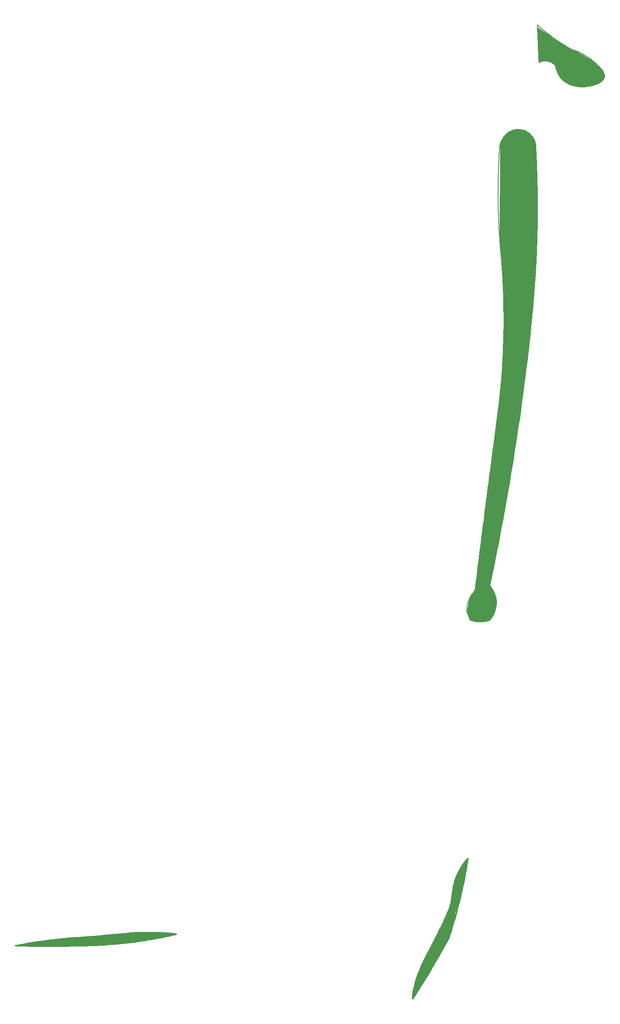
<source format=gbr>
G04 #@! TF.GenerationSoftware,KiCad,Pcbnew,(6.0.2)*
G04 #@! TF.CreationDate,2022-04-01T18:40:44-07:00*
G04 #@! TF.ProjectId,DaftPunkTopLayerRightBoard,44616674-5075-46e6-9b54-6f704c617965,rev?*
G04 #@! TF.SameCoordinates,Original*
G04 #@! TF.FileFunction,Legend,Top*
G04 #@! TF.FilePolarity,Positive*
%FSLAX46Y46*%
G04 Gerber Fmt 4.6, Leading zero omitted, Abs format (unit mm)*
G04 Created by KiCad (PCBNEW (6.0.2)) date 2022-04-01 18:40:44*
%MOMM*%
%LPD*%
G01*
G04 APERTURE LIST*
%ADD10C,0.200000*%
%ADD11C,0.350000*%
G04 APERTURE END LIST*
D10*
X328558333Y-163752777D02*
X328753271Y-163648061D01*
X328967514Y-163555261D01*
X329179327Y-163483395D01*
X329423759Y-163423152D01*
X329626652Y-163390882D01*
X329844886Y-163373797D01*
X330077172Y-163375601D01*
X330322222Y-163400000D01*
X331733333Y-158461111D02*
X331484781Y-158281841D01*
X331240025Y-158102609D01*
X330999054Y-157923488D01*
X330761855Y-157744552D01*
X330528417Y-157565877D01*
X330298729Y-157387536D01*
X330072779Y-157209604D01*
X329850556Y-157032155D01*
X329632048Y-156855263D01*
X329417244Y-156679004D01*
X329206132Y-156503451D01*
X328998701Y-156328679D01*
X328794939Y-156154763D01*
X328594835Y-155981776D01*
X328398377Y-155809793D01*
X328205555Y-155638889D01*
D11*
X309158333Y-352052777D02*
X308915208Y-352504156D01*
X308670438Y-352954709D01*
X308424181Y-353404248D01*
X308176600Y-353852584D01*
X307927854Y-354299530D01*
X307678103Y-354744896D01*
X307427510Y-355188494D01*
X307176233Y-355630135D01*
X306924435Y-356069632D01*
X306672274Y-356506796D01*
X306419913Y-356941439D01*
X306167512Y-357373371D01*
X305915230Y-357802405D01*
X305663230Y-358228352D01*
X305411671Y-358651025D01*
X305160714Y-359070233D01*
X304910519Y-359485790D01*
X304661248Y-359897506D01*
X304413061Y-360305193D01*
X304166118Y-360708663D01*
X303920580Y-361107727D01*
X303676608Y-361502198D01*
X303434362Y-361891886D01*
X303194003Y-362276603D01*
X302955692Y-362656160D01*
X302719589Y-363030370D01*
X302485854Y-363399044D01*
X302254649Y-363761993D01*
X302026133Y-364119029D01*
X301800468Y-364469964D01*
X301577815Y-364814610D01*
X301358333Y-365152777D01*
D10*
X313741667Y-283697222D02*
X313653476Y-283476734D01*
X313565282Y-283256247D01*
X313477086Y-283035762D01*
X313388889Y-282815277D01*
X313300691Y-282594792D01*
X313212495Y-282374307D01*
X313124301Y-282153820D01*
X313036111Y-281933333D01*
X342669444Y-166927777D02*
X342704620Y-166715468D01*
X342699201Y-166498171D01*
X342656470Y-166276720D01*
X342579711Y-166051952D01*
X342472210Y-165824701D01*
X342337250Y-165595803D01*
X342178116Y-165366093D01*
X341998092Y-165136407D01*
X341800463Y-164907579D01*
X341588513Y-164680445D01*
X341365526Y-164455841D01*
X341134787Y-164234602D01*
X340899581Y-164017562D01*
X340663191Y-163805559D01*
X340428903Y-163599426D01*
X340200000Y-163400000D01*
D11*
X245126389Y-350901389D02*
X244513886Y-350894335D01*
X243929923Y-350895064D01*
X243366985Y-350903369D01*
X242817559Y-350919044D01*
X242274129Y-350941883D01*
X241729182Y-350971679D01*
X241175202Y-351008227D01*
X240604676Y-351051320D01*
X240010089Y-351100752D01*
X239383926Y-351156316D01*
X238718673Y-351217808D01*
X238369040Y-351250711D01*
X238006816Y-351285019D01*
X237631062Y-351320705D01*
X237240840Y-351357745D01*
X236835209Y-351396111D01*
X236413231Y-351435778D01*
X235973965Y-351476721D01*
X235516474Y-351518913D01*
X235039816Y-351562329D01*
X234543055Y-351606944D01*
D10*
X328205555Y-198677777D02*
X328196559Y-199260456D01*
X328185615Y-199866516D01*
X328172406Y-200496760D01*
X328156617Y-201151988D01*
X328137930Y-201833002D01*
X328116031Y-202540605D01*
X328090603Y-203275598D01*
X328061330Y-204038783D01*
X328027896Y-204830961D01*
X327989984Y-205652934D01*
X327947279Y-206505504D01*
X327899464Y-207389472D01*
X327846224Y-208305641D01*
X327787241Y-209254812D01*
X327722201Y-210237787D01*
X327650787Y-211255367D01*
X327572682Y-212308355D01*
X327487571Y-213397551D01*
X327395138Y-214523759D01*
X327295066Y-215687779D01*
X327187040Y-216890413D01*
X327070743Y-218132463D01*
X326945859Y-219414730D01*
X326812072Y-220738018D01*
X326669065Y-222103126D01*
X326516524Y-223510857D01*
X326354131Y-224962013D01*
X326181571Y-226457395D01*
X325998527Y-227997805D01*
X325804683Y-229584045D01*
X325599724Y-231216917D01*
X325383333Y-232897222D01*
X332086111Y-164458333D02*
X332139714Y-164693964D01*
X332209222Y-164955959D01*
X332297133Y-165239633D01*
X332367198Y-165438479D01*
X332447293Y-165643492D01*
X332538159Y-165853283D01*
X332640535Y-166066465D01*
X332755163Y-166281650D01*
X332882782Y-166497449D01*
X333024133Y-166712477D01*
X333179957Y-166925344D01*
X333350994Y-167134663D01*
X333537983Y-167339047D01*
X333741666Y-167537107D01*
X333850000Y-167633333D01*
X323266667Y-178216666D02*
X323537991Y-178167510D01*
X323822084Y-178137332D01*
X324116413Y-178127821D01*
X324317067Y-178133794D01*
X324520393Y-178150204D01*
X324725639Y-178177550D01*
X324932055Y-178216331D01*
X325138890Y-178267050D01*
X325345393Y-178330205D01*
X325550813Y-178406297D01*
X325754399Y-178495826D01*
X325955400Y-178599293D01*
X326153065Y-178717198D01*
X326346644Y-178850042D01*
X326441667Y-178922222D01*
D11*
X237012500Y-353370833D02*
X237529983Y-353326919D01*
X238029780Y-353281700D01*
X238504639Y-353236403D01*
X238947306Y-353192257D01*
X239350528Y-353150490D01*
X239707053Y-353112331D01*
X240097243Y-353069188D01*
X240465084Y-353026964D01*
X240540278Y-353018055D01*
D10*
X320444444Y-205733333D02*
X320405155Y-205337619D01*
X320366779Y-204939602D01*
X320329337Y-204539291D01*
X320292847Y-204136696D01*
X320257329Y-203731825D01*
X320222805Y-203324690D01*
X320189293Y-202915298D01*
X320156813Y-202503659D01*
X320125386Y-202089784D01*
X320095031Y-201673680D01*
X320065769Y-201255359D01*
X320037619Y-200834829D01*
X320010601Y-200412100D01*
X319984735Y-199987181D01*
X319960041Y-199560082D01*
X319936540Y-199130812D01*
X319914250Y-198699381D01*
X319893192Y-198265798D01*
X319873386Y-197830073D01*
X319854851Y-197392214D01*
X319837609Y-196952233D01*
X319821677Y-196510137D01*
X319807078Y-196065937D01*
X319793830Y-195619642D01*
X319781953Y-195171261D01*
X319771467Y-194720805D01*
X319762393Y-194268282D01*
X319754750Y-193813702D01*
X319748558Y-193357074D01*
X319743837Y-192898408D01*
X319740607Y-192437713D01*
X319738889Y-191975000D01*
X319386111Y-279463889D02*
X319402291Y-279680326D01*
X319409567Y-279892482D01*
X319408441Y-280100240D01*
X319399413Y-280303487D01*
X319359661Y-280695986D01*
X319294323Y-281069063D01*
X319207411Y-281421801D01*
X319102937Y-281753282D01*
X318984913Y-282062589D01*
X318857353Y-282348806D01*
X318724267Y-282611015D01*
X318589669Y-282848298D01*
X318457571Y-283059740D01*
X318331984Y-283244423D01*
X318164590Y-283469268D01*
X318034417Y-283628746D01*
X317975000Y-283697222D01*
D11*
X301923611Y-361837500D02*
X302087432Y-361274217D01*
X302255857Y-360736577D01*
X302428888Y-360221948D01*
X302606527Y-359727701D01*
X302788777Y-359251205D01*
X302975640Y-358789831D01*
X303167120Y-358340948D01*
X303363219Y-357901927D01*
X303563940Y-357470137D01*
X303769284Y-357042949D01*
X303979256Y-356617732D01*
X304193857Y-356191856D01*
X304413091Y-355762691D01*
X304636959Y-355327608D01*
X304865465Y-354883976D01*
X305098611Y-354429166D01*
D10*
X326441667Y-178922222D02*
X326646853Y-179095840D01*
X326831253Y-179276161D01*
X326995977Y-179461195D01*
X327142138Y-179648958D01*
X327270846Y-179837462D01*
X327383215Y-180024719D01*
X327480355Y-180208744D01*
X327599944Y-180474374D01*
X327691523Y-180721554D01*
X327758843Y-180943579D01*
X327817354Y-181188892D01*
X327852778Y-181391666D01*
X320797222Y-227252777D02*
X320837807Y-226405144D01*
X320873536Y-225567162D01*
X320904561Y-224738997D01*
X320931035Y-223920814D01*
X320953110Y-223112776D01*
X320970939Y-222315050D01*
X320984675Y-221527799D01*
X320994471Y-220751189D01*
X321000479Y-219985384D01*
X321002851Y-219230549D01*
X321001741Y-218486850D01*
X320997302Y-217754451D01*
X320989685Y-217033517D01*
X320979045Y-216324212D01*
X320965532Y-215626702D01*
X320949301Y-214941151D01*
X320930504Y-214267725D01*
X320909293Y-213606587D01*
X320885821Y-212957904D01*
X320860242Y-212321839D01*
X320832707Y-211698558D01*
X320803369Y-211088226D01*
X320772382Y-210491006D01*
X320739897Y-209907065D01*
X320706068Y-209336567D01*
X320671047Y-208779677D01*
X320634986Y-208236560D01*
X320598040Y-207707380D01*
X320560359Y-207192302D01*
X320522098Y-206691492D01*
X320483409Y-206205114D01*
X320444444Y-205733333D01*
D11*
X215845833Y-353723611D02*
X216492803Y-353736289D01*
X216880107Y-353743335D01*
X217307196Y-353750626D01*
X217771999Y-353757994D01*
X218272447Y-353765272D01*
X218806469Y-353772290D01*
X219371994Y-353778881D01*
X219966952Y-353784875D01*
X220589273Y-353790105D01*
X221236886Y-353794401D01*
X221907720Y-353797597D01*
X222599706Y-353799522D01*
X223310773Y-353800009D01*
X224038850Y-353798890D01*
X224781867Y-353795995D01*
X225537753Y-353791157D01*
X226304439Y-353784207D01*
X227079853Y-353774976D01*
X227861926Y-353763297D01*
X228648586Y-353749000D01*
X229437763Y-353731918D01*
X230227388Y-353711881D01*
X231015389Y-353688723D01*
X231799696Y-353662273D01*
X232578239Y-353632364D01*
X233348947Y-353598827D01*
X234109750Y-353561494D01*
X234858577Y-353520197D01*
X235593358Y-353474766D01*
X236312022Y-353425034D01*
X237012500Y-353370833D01*
D10*
X333850000Y-167633333D02*
X334127972Y-167855242D01*
X334419547Y-168055093D01*
X334723351Y-168233517D01*
X335038007Y-168391147D01*
X335362139Y-168528613D01*
X335694373Y-168646549D01*
X336033332Y-168745586D01*
X336377641Y-168826356D01*
X336725924Y-168889491D01*
X337076806Y-168935622D01*
X337428910Y-168965383D01*
X337780863Y-168979404D01*
X338131287Y-168978318D01*
X338478807Y-168962757D01*
X338822048Y-168933352D01*
X339159635Y-168890736D01*
X339490190Y-168835540D01*
X339812339Y-168768396D01*
X340124707Y-168689937D01*
X340425917Y-168600794D01*
X340714594Y-168501600D01*
X340989363Y-168392985D01*
X341248847Y-168275583D01*
X341491672Y-168150025D01*
X341716461Y-168016942D01*
X341921839Y-167876968D01*
X342106431Y-167730733D01*
X342268860Y-167578871D01*
X342407752Y-167422012D01*
X342609419Y-167095833D01*
X342669444Y-166927777D01*
X318680555Y-247008333D02*
X318786866Y-246207818D01*
X318890191Y-245430594D01*
X318990568Y-244675515D01*
X319088037Y-243941433D01*
X319182639Y-243227199D01*
X319274411Y-242531667D01*
X319363395Y-241853689D01*
X319449629Y-241192118D01*
X319533153Y-240545806D01*
X319614007Y-239913605D01*
X319692230Y-239294368D01*
X319767861Y-238686947D01*
X319840941Y-238090195D01*
X319911508Y-237502964D01*
X319979603Y-236924108D01*
X320045265Y-236352477D01*
X320108533Y-235786925D01*
X320169447Y-235226305D01*
X320228047Y-234669468D01*
X320284371Y-234115267D01*
X320338461Y-233562555D01*
X320390354Y-233010184D01*
X320440092Y-232457006D01*
X320487712Y-231901875D01*
X320533256Y-231343642D01*
X320576761Y-230781160D01*
X320618269Y-230213281D01*
X320657818Y-229638859D01*
X320695449Y-229056744D01*
X320731200Y-228465791D01*
X320765111Y-227864851D01*
X320797222Y-227252777D01*
D11*
X301358333Y-365152777D02*
X301367880Y-364716379D01*
X301398420Y-364345297D01*
X301448365Y-363954792D01*
X301516837Y-363544957D01*
X301602958Y-363115885D01*
X301705847Y-362667668D01*
X301793490Y-362318997D01*
X301889701Y-361959649D01*
X301923611Y-361837500D01*
X313212500Y-335026389D02*
X313155367Y-335428071D01*
X313094682Y-335837314D01*
X313030350Y-336254203D01*
X312962277Y-336678823D01*
X312890371Y-337111259D01*
X312814537Y-337551597D01*
X312734684Y-337999921D01*
X312650716Y-338456316D01*
X312562540Y-338920869D01*
X312470064Y-339393663D01*
X312373194Y-339874785D01*
X312271835Y-340364319D01*
X312165896Y-340862350D01*
X312055282Y-341368965D01*
X311939899Y-341884247D01*
X311819655Y-342408283D01*
X311694457Y-342941156D01*
X311564209Y-343482953D01*
X311428820Y-344033759D01*
X311288196Y-344593659D01*
X311142242Y-345162737D01*
X310990867Y-345741080D01*
X310833976Y-346328772D01*
X310671475Y-346925899D01*
X310503273Y-347532545D01*
X310329274Y-348148796D01*
X310149386Y-348774738D01*
X309963514Y-349410454D01*
X309771567Y-350056031D01*
X309573450Y-350711554D01*
X309369070Y-351377107D01*
X309158333Y-352052777D01*
D10*
X313741667Y-278758333D02*
X313869396Y-278532944D01*
X314001314Y-278322020D01*
X314135979Y-278125327D01*
X314271947Y-277942634D01*
X314407776Y-277773708D01*
X314542023Y-277618319D01*
X314705409Y-277442764D01*
X314800000Y-277347222D01*
X317975000Y-283697222D02*
X317760057Y-283768292D01*
X317515359Y-283839262D01*
X317313201Y-283890137D01*
X317095769Y-283937212D01*
X316863691Y-283978882D01*
X316617593Y-284013542D01*
X316358103Y-284039589D01*
X316085848Y-284055417D01*
X315801456Y-284059422D01*
X315505555Y-284050000D01*
X340200000Y-163400000D02*
X340037474Y-163261246D01*
X339874718Y-163127359D01*
X339711877Y-162998248D01*
X339549100Y-162873825D01*
X339386533Y-162753999D01*
X339062617Y-162527786D01*
X338741307Y-162318893D01*
X338423777Y-162126607D01*
X338111204Y-161950214D01*
X337804765Y-161788998D01*
X337505636Y-161642247D01*
X337214993Y-161509245D01*
X336934012Y-161389279D01*
X336663869Y-161281633D01*
X336405741Y-161185595D01*
X336160803Y-161100450D01*
X335930233Y-161025483D01*
X335715206Y-160959980D01*
X335613889Y-160930555D01*
X320091667Y-181744444D02*
X320164392Y-181414713D01*
X320257960Y-181095054D01*
X320371497Y-180786429D01*
X320504129Y-180489803D01*
X320654980Y-180206137D01*
X320823176Y-179936395D01*
X321007842Y-179681540D01*
X321208103Y-179442535D01*
X321423085Y-179220343D01*
X321651913Y-179015927D01*
X321893713Y-178830251D01*
X322147609Y-178664276D01*
X322412727Y-178518968D01*
X322688192Y-178395288D01*
X322973131Y-178294199D01*
X323266667Y-178216666D01*
D11*
X225723611Y-352312500D02*
X225333237Y-352354551D01*
X224947507Y-352397194D01*
X224566483Y-352440382D01*
X224190227Y-352484069D01*
X223818803Y-352528209D01*
X223452274Y-352572757D01*
X223090701Y-352617667D01*
X222734148Y-352662892D01*
X222382677Y-352708387D01*
X221695233Y-352800002D01*
X221028872Y-352892145D01*
X220384094Y-352984449D01*
X219761402Y-353076546D01*
X219161297Y-353168068D01*
X218584281Y-353258650D01*
X218030856Y-353347923D01*
X217501523Y-353435520D01*
X216996785Y-353521075D01*
X216517143Y-353604218D01*
X216063099Y-353684584D01*
X215845833Y-353723611D01*
D10*
X313036111Y-281933333D02*
X313029528Y-281668370D01*
X313032773Y-281436046D01*
X313046320Y-281177961D01*
X313073126Y-280896851D01*
X313099824Y-280698005D01*
X313134607Y-280490953D01*
X313178351Y-280276505D01*
X313231933Y-280055473D01*
X313296230Y-279828667D01*
X313372119Y-279596898D01*
X313460475Y-279360978D01*
X313562176Y-279121716D01*
X313678098Y-278879924D01*
X313741667Y-278758333D01*
X328205555Y-155638889D02*
X328216580Y-155892447D01*
X328227605Y-156146006D01*
X328238630Y-156399565D01*
X328249655Y-156653124D01*
X328260680Y-156906683D01*
X328271704Y-157160242D01*
X328282729Y-157413801D01*
X328293753Y-157667360D01*
X328304777Y-157920919D01*
X328315801Y-158174478D01*
X328326825Y-158428037D01*
X328337849Y-158681596D01*
X328348873Y-158935155D01*
X328359896Y-159188714D01*
X328370920Y-159442273D01*
X328381944Y-159695833D01*
X328392967Y-159949392D01*
X328403991Y-160202951D01*
X328415014Y-160456510D01*
X328426038Y-160710069D01*
X328437062Y-160963628D01*
X328448086Y-161217187D01*
X328459110Y-161470746D01*
X328470134Y-161724305D01*
X328481158Y-161977864D01*
X328492183Y-162231423D01*
X328503207Y-162484982D01*
X328514232Y-162738541D01*
X328525257Y-162992100D01*
X328536282Y-163245659D01*
X328547307Y-163499218D01*
X328558333Y-163752777D01*
D11*
X309684722Y-344198611D02*
X309744009Y-343818467D01*
X309797752Y-343436408D01*
X309848596Y-343051736D01*
X309899184Y-342663752D01*
X309952159Y-342271761D01*
X310010166Y-341875064D01*
X310075848Y-341472964D01*
X310151850Y-341064763D01*
X310240814Y-340649764D01*
X310345385Y-340227269D01*
X310468207Y-339796582D01*
X310611924Y-339357003D01*
X310779179Y-338907836D01*
X310972615Y-338448384D01*
X311194878Y-337977949D01*
X311448611Y-337495833D01*
D10*
X325383333Y-232897222D02*
X325243315Y-233962908D01*
X325098434Y-235048881D01*
X324948586Y-236154985D01*
X324793667Y-237281064D01*
X324633574Y-238426962D01*
X324468201Y-239592524D01*
X324297445Y-240777594D01*
X324121202Y-241982016D01*
X323939369Y-243205635D01*
X323751841Y-244448294D01*
X323558514Y-245709838D01*
X323359284Y-246990112D01*
X323154047Y-248288959D01*
X322942700Y-249606224D01*
X322725138Y-250941750D01*
X322501258Y-252295384D01*
X322270954Y-253666967D01*
X322034125Y-255056346D01*
X321790664Y-256463363D01*
X321540470Y-257887864D01*
X321283437Y-259329693D01*
X321019461Y-260788693D01*
X320748439Y-262264710D01*
X320470267Y-263757587D01*
X320184840Y-265267168D01*
X319892055Y-266793299D01*
X319591808Y-268335823D01*
X319283995Y-269894584D01*
X318968511Y-271469427D01*
X318645253Y-273060196D01*
X318314117Y-274666735D01*
X317975000Y-276288889D01*
D11*
X234543055Y-351606944D02*
X234013352Y-351653762D01*
X233518914Y-351696677D01*
X233057853Y-351735921D01*
X232628283Y-351771722D01*
X232228316Y-351804313D01*
X231856066Y-351833922D01*
X231187163Y-351885121D01*
X230606480Y-351927162D01*
X230098918Y-351961889D01*
X229649380Y-351991146D01*
X229242770Y-352016776D01*
X228863989Y-352040623D01*
X228497942Y-352064530D01*
X228129530Y-352090343D01*
X227743657Y-352119903D01*
X227325226Y-352155055D01*
X226859139Y-352197643D01*
X226330300Y-352249510D01*
X225723611Y-352312500D01*
D10*
X319738889Y-191975000D02*
X319738598Y-191637247D01*
X319739119Y-191300619D01*
X319740444Y-190965119D01*
X319742563Y-190630752D01*
X319745468Y-190297521D01*
X319749153Y-189965430D01*
X319753608Y-189634483D01*
X319758826Y-189304685D01*
X319764798Y-188976039D01*
X319771516Y-188648550D01*
X319778972Y-188322221D01*
X319787158Y-187997056D01*
X319796066Y-187673059D01*
X319805688Y-187350235D01*
X319816015Y-187028587D01*
X319827040Y-186708120D01*
X319838754Y-186388837D01*
X319851150Y-186070742D01*
X319864218Y-185753840D01*
X319877952Y-185438134D01*
X319892342Y-185123629D01*
X319907381Y-184810328D01*
X319923061Y-184498235D01*
X319939373Y-184187355D01*
X319956310Y-183877692D01*
X319973863Y-183569249D01*
X319992024Y-183262030D01*
X320010785Y-182956040D01*
X320030138Y-182651282D01*
X320050074Y-182347761D01*
X320070587Y-182045480D01*
X320091667Y-181744444D01*
X314800000Y-277347222D02*
X314951297Y-276122845D01*
X315100981Y-274914910D01*
X315249017Y-273723556D01*
X315395375Y-272548920D01*
X315540021Y-271391141D01*
X315682924Y-270250357D01*
X315824051Y-269126707D01*
X315963370Y-268020328D01*
X316100848Y-266931359D01*
X316236453Y-265859939D01*
X316370153Y-264806206D01*
X316501916Y-263770297D01*
X316631709Y-262752352D01*
X316759500Y-261752508D01*
X316885256Y-260770904D01*
X317008946Y-259807678D01*
X317130537Y-258862968D01*
X317249997Y-257936913D01*
X317367293Y-257029651D01*
X317482393Y-256141321D01*
X317595265Y-255272060D01*
X317705876Y-254422006D01*
X317814195Y-253591299D01*
X317920188Y-252780077D01*
X318023824Y-251988477D01*
X318125070Y-251216638D01*
X318223895Y-250464699D01*
X318320264Y-249732797D01*
X318414148Y-249021071D01*
X318505512Y-248329660D01*
X318594325Y-247658701D01*
X318680555Y-247008333D01*
X317975000Y-276288889D02*
X318127814Y-276465995D01*
X318267830Y-276642516D01*
X318422427Y-276855633D01*
X318585129Y-277104582D01*
X318694903Y-277290075D01*
X318803483Y-277490925D01*
X318908950Y-277706906D01*
X319009386Y-277937789D01*
X319102872Y-278183348D01*
X319187489Y-278443356D01*
X319261320Y-278717585D01*
X319322444Y-279005809D01*
X319368944Y-279307801D01*
X319386111Y-279463889D01*
D11*
X305098611Y-354429166D02*
X305361930Y-353913284D01*
X305616947Y-353413439D01*
X305863716Y-352929294D01*
X306102295Y-352460510D01*
X306332738Y-352006749D01*
X306555103Y-351567673D01*
X306769445Y-351142943D01*
X306975821Y-350732223D01*
X307174286Y-350335174D01*
X307364896Y-349951457D01*
X307547709Y-349580735D01*
X307722779Y-349222669D01*
X307890163Y-348876922D01*
X308049917Y-348543155D01*
X308202097Y-348221031D01*
X308483960Y-347610357D01*
X308736201Y-347042196D01*
X308959269Y-346513843D01*
X309153612Y-346022593D01*
X309319679Y-345565743D01*
X309457919Y-345140587D01*
X309568781Y-344744420D01*
X309652713Y-344374539D01*
X309684722Y-344198611D01*
X240540278Y-353018055D02*
X240931249Y-352970114D01*
X241317466Y-352921030D01*
X241698874Y-352870872D01*
X242075416Y-352819706D01*
X242447038Y-352767602D01*
X242813683Y-352714626D01*
X243175297Y-352660847D01*
X243531823Y-352606333D01*
X243883207Y-352551152D01*
X244229393Y-352495372D01*
X244905948Y-352382285D01*
X245561044Y-352267617D01*
X246194239Y-352151912D01*
X246805087Y-352035713D01*
X247393145Y-351919564D01*
X247957970Y-351804008D01*
X248499118Y-351689590D01*
X249016143Y-351576853D01*
X249508604Y-351466341D01*
X249976056Y-351358597D01*
X250418055Y-351254166D01*
D10*
X327852778Y-181391666D02*
X327874582Y-181791893D01*
X327896260Y-182202175D01*
X327917753Y-182622411D01*
X327939006Y-183052497D01*
X327959961Y-183492331D01*
X327980561Y-183941810D01*
X328000750Y-184400831D01*
X328020470Y-184869293D01*
X328039666Y-185347092D01*
X328058280Y-185834127D01*
X328076255Y-186330294D01*
X328093535Y-186835491D01*
X328110062Y-187349615D01*
X328125780Y-187872564D01*
X328140633Y-188404235D01*
X328154562Y-188944526D01*
X328167512Y-189493334D01*
X328179425Y-190050557D01*
X328190245Y-190616092D01*
X328199914Y-191189836D01*
X328208377Y-191771687D01*
X328215576Y-192361543D01*
X328221454Y-192959300D01*
X328225955Y-193564857D01*
X328229022Y-194178110D01*
X328230597Y-194798958D01*
X328230625Y-195427297D01*
X328229048Y-196063025D01*
X328225809Y-196706039D01*
X328220852Y-197356238D01*
X328214119Y-198013518D01*
X328205555Y-198677777D01*
X335613889Y-160930555D02*
X335386032Y-160801496D01*
X335155889Y-160669239D01*
X334923531Y-160533746D01*
X334689027Y-160394981D01*
X334452449Y-160252906D01*
X334213867Y-160107485D01*
X333973351Y-159958681D01*
X333730972Y-159806456D01*
X333486800Y-159650775D01*
X333240907Y-159491600D01*
X332993362Y-159328893D01*
X332744236Y-159162620D01*
X332493599Y-158992741D01*
X332241523Y-158819222D01*
X331988077Y-158642024D01*
X331733333Y-158461111D01*
X315505555Y-284050000D02*
X315304715Y-284035681D01*
X315047510Y-284007916D01*
X314802819Y-283971567D01*
X314571101Y-283928078D01*
X314352812Y-283878896D01*
X314148413Y-283825468D01*
X313913142Y-283754916D01*
X313741667Y-283697222D01*
X330322222Y-163400000D02*
X330608719Y-163458645D01*
X330870061Y-163542654D01*
X331106281Y-163646155D01*
X331317410Y-163763271D01*
X331503481Y-163888129D01*
X331664526Y-164014855D01*
X331840378Y-164176575D01*
X331997824Y-164347495D01*
X332086111Y-164458333D01*
D11*
X250418055Y-351254166D02*
X250058882Y-351213544D01*
X249668318Y-351172175D01*
X249247423Y-351130857D01*
X248797257Y-351090391D01*
X248318880Y-351051575D01*
X247813353Y-351015208D01*
X247461774Y-350992720D01*
X247098915Y-350971913D01*
X246725087Y-350953025D01*
X246340607Y-350936291D01*
X245945788Y-350921949D01*
X245540944Y-350910236D01*
X245126389Y-350901389D01*
X311448611Y-337495833D02*
X311623421Y-337189961D01*
X311858756Y-336805876D01*
X312094006Y-336449022D01*
X312326266Y-336119502D01*
X312552631Y-335817419D01*
X312770197Y-335542877D01*
X313025354Y-335238586D01*
X313212500Y-335026389D01*
G36*
X313200712Y-335059355D02*
G01*
X313204957Y-335067240D01*
X313204844Y-335070426D01*
X312400051Y-339699709D01*
X312399939Y-339700273D01*
X311500040Y-343699821D01*
X311499946Y-343700206D01*
X311327690Y-344360523D01*
X311327533Y-344361070D01*
X311215356Y-344718890D01*
X311215331Y-344718970D01*
X311100215Y-345077095D01*
X311100189Y-345077175D01*
X310984133Y-345429597D01*
X310984107Y-345429675D01*
X310867236Y-345776362D01*
X310867210Y-345776438D01*
X310749649Y-346117360D01*
X310749623Y-346117435D01*
X310631490Y-346452581D01*
X310631470Y-346452637D01*
X310572449Y-346617422D01*
X310572146Y-346618725D01*
X310540631Y-346896326D01*
X310540612Y-346896484D01*
X310503660Y-347186682D01*
X310503638Y-347186846D01*
X310460852Y-347488608D01*
X310460827Y-347488779D01*
X310411725Y-347801747D01*
X310411695Y-347801924D01*
X310355848Y-348125419D01*
X310355815Y-348125602D01*
X310292727Y-348459371D01*
X310292690Y-348459559D01*
X310256532Y-348635049D01*
X310256212Y-348636267D01*
X309158685Y-352051683D01*
X309157775Y-352053783D01*
X307300118Y-355399787D01*
X307299872Y-355400209D01*
X306200030Y-357199951D01*
X306199977Y-357200040D01*
X304400059Y-360299898D01*
X304399924Y-360300124D01*
X302200139Y-363899772D01*
X302199868Y-363900196D01*
X301379745Y-365120906D01*
X301372287Y-365125862D01*
X301363508Y-365124093D01*
X301358552Y-365116635D01*
X301358333Y-365114381D01*
X301358333Y-364201420D01*
X301358672Y-364198623D01*
X301899887Y-362000459D01*
X301900148Y-361999556D01*
X302899821Y-359000536D01*
X302900229Y-358999484D01*
X303699928Y-357200162D01*
X303700078Y-357199838D01*
X304999864Y-354500282D01*
X305000162Y-354499706D01*
X306599896Y-351600188D01*
X306600089Y-351599808D01*
X307899969Y-348800067D01*
X307900022Y-348799950D01*
X309199829Y-345900382D01*
X309200114Y-345899598D01*
X309684589Y-344199076D01*
X309684776Y-344198134D01*
X309899957Y-342300379D01*
X309900072Y-342299604D01*
X310299806Y-340101066D01*
X310300383Y-340098994D01*
X311099532Y-338001229D01*
X311100731Y-337998904D01*
X312499686Y-335900471D01*
X312500354Y-335899566D01*
X313184250Y-335061027D01*
X313192135Y-335056782D01*
X313200712Y-335059355D01*
G37*
G36*
X248557742Y-351052767D02*
G01*
X248558911Y-351052845D01*
X250196992Y-351245560D01*
X250204808Y-351249930D01*
X250207245Y-351258547D01*
X250202875Y-351266363D01*
X250198603Y-351268495D01*
X248358726Y-351752674D01*
X248357923Y-351752855D01*
X244658739Y-352452700D01*
X244657932Y-352452824D01*
X239858452Y-353018041D01*
X239858185Y-353018069D01*
X235258494Y-353452762D01*
X235258207Y-353452786D01*
X230958734Y-353752749D01*
X230957920Y-353752777D01*
X222658448Y-353752777D01*
X222658268Y-353752776D01*
X216289349Y-353654793D01*
X216281130Y-353651239D01*
X216277830Y-353642914D01*
X216281384Y-353634695D01*
X216287633Y-353631549D01*
X222858014Y-352552829D01*
X222858641Y-352552743D01*
X228357701Y-351952846D01*
X228358970Y-351952777D01*
X231158055Y-351952777D01*
X231158613Y-351952751D01*
X236458333Y-351452777D01*
X240458017Y-351052809D01*
X240458650Y-351052763D01*
X242657975Y-350952793D01*
X242658704Y-350952783D01*
X248557742Y-351052767D01*
G37*
G36*
X328245928Y-156140867D02*
G01*
X328494337Y-156303618D01*
X328774703Y-156486495D01*
X329052161Y-156666681D01*
X329326664Y-156844173D01*
X329598164Y-157018967D01*
X329866547Y-157191017D01*
X329866566Y-157191029D01*
X329866613Y-157191059D01*
X330131964Y-157360444D01*
X330394169Y-157527120D01*
X330653181Y-157691082D01*
X330908951Y-157852326D01*
X331066665Y-157951348D01*
X331067578Y-157951983D01*
X332299790Y-158899839D01*
X332300229Y-158900146D01*
X333399931Y-159599956D01*
X333400074Y-159600044D01*
X335613370Y-160930243D01*
X335614460Y-160930754D01*
X336099755Y-161099915D01*
X336100249Y-161100100D01*
X336599855Y-161299942D01*
X336600119Y-161300051D01*
X336808359Y-161389296D01*
X336809551Y-161389889D01*
X336997661Y-161497283D01*
X337302321Y-161670565D01*
X337592251Y-161835022D01*
X337868064Y-161991241D01*
X338130366Y-162139807D01*
X338130373Y-162139811D01*
X338379776Y-162281309D01*
X338379792Y-162281318D01*
X338616907Y-162416334D01*
X338616927Y-162416360D01*
X338616933Y-162416349D01*
X338842374Y-162545472D01*
X338842411Y-162545493D01*
X339056838Y-162669336D01*
X339056831Y-162669349D01*
X339056886Y-162669364D01*
X339260767Y-162788430D01*
X339260829Y-162788466D01*
X339454957Y-162903446D01*
X339455034Y-162903492D01*
X339639905Y-163014905D01*
X339639997Y-163014961D01*
X339816244Y-163123404D01*
X339816414Y-163123511D01*
X340121153Y-163318282D01*
X340122466Y-163319257D01*
X340799657Y-163899706D01*
X340800316Y-163900316D01*
X341998980Y-165098980D01*
X342000740Y-165101233D01*
X342598857Y-166098096D01*
X342600365Y-166102193D01*
X342699484Y-166696907D01*
X342698898Y-166702938D01*
X342401274Y-167496603D01*
X342397029Y-167502080D01*
X341401038Y-168199273D01*
X341398828Y-168200488D01*
X340201137Y-168699526D01*
X340198793Y-168700226D01*
X338601067Y-168999800D01*
X338598911Y-169000000D01*
X337101053Y-169000000D01*
X337098960Y-168999811D01*
X336001505Y-168800274D01*
X335998616Y-168799349D01*
X334301588Y-168000747D01*
X334298700Y-167998818D01*
X333201226Y-167001115D01*
X333199132Y-166998590D01*
X332400940Y-165701528D01*
X332399561Y-165698264D01*
X332086517Y-164459938D01*
X332084912Y-164457191D01*
X331500368Y-163900351D01*
X331499579Y-163899719D01*
X330901169Y-163500779D01*
X330898603Y-163499845D01*
X330000330Y-163400037D01*
X329999672Y-163400000D01*
X329301303Y-163400000D01*
X329298824Y-163400559D01*
X328574281Y-163745191D01*
X328565338Y-163745650D01*
X328558689Y-163739651D01*
X328557566Y-163735133D01*
X328227827Y-156151162D01*
X328230891Y-156142748D01*
X328239008Y-156138965D01*
X328245928Y-156140867D01*
G37*
G36*
X324601800Y-178100600D02*
G01*
X325498975Y-178399658D01*
X325500949Y-178400526D01*
X326440565Y-178921611D01*
X326442609Y-178923049D01*
X327098279Y-179498489D01*
X327101026Y-179502051D01*
X327599509Y-180499019D01*
X327600300Y-180501060D01*
X327852403Y-181390345D01*
X327852836Y-181393038D01*
X327900000Y-182500000D01*
X328199989Y-189299751D01*
X328200000Y-189300267D01*
X328200000Y-195599935D01*
X328199998Y-195600124D01*
X328100002Y-201799897D01*
X328100000Y-201800000D01*
X328000007Y-205799717D01*
X327999980Y-205800274D01*
X327600000Y-211300000D01*
X327200011Y-216899849D01*
X327199991Y-216900099D01*
X326800013Y-221199862D01*
X326799981Y-221200161D01*
X326300000Y-225400000D01*
X325800014Y-229899871D01*
X325799983Y-229900125D01*
X325200002Y-234399985D01*
X325200000Y-234400000D01*
X324500021Y-239599846D01*
X324499979Y-239600133D01*
X323700017Y-244599891D01*
X323699988Y-244600084D01*
X322900031Y-250199782D01*
X322899967Y-250200184D01*
X320900010Y-261399943D01*
X320900000Y-261400000D01*
X320000014Y-266299926D01*
X319999979Y-266300107D01*
X318800015Y-272299925D01*
X318800000Y-272300000D01*
X317975462Y-276286656D01*
X317976224Y-276290813D01*
X318299912Y-276799861D01*
X318300096Y-276800134D01*
X318799182Y-277498855D01*
X318800524Y-277501310D01*
X319199479Y-278498698D01*
X319200198Y-278501388D01*
X319399818Y-279898725D01*
X319399902Y-279901277D01*
X319300131Y-281198296D01*
X319299385Y-281201599D01*
X318800421Y-282498907D01*
X318799372Y-282500988D01*
X318102231Y-283596494D01*
X318096060Y-283601313D01*
X316901595Y-283999468D01*
X316898314Y-284000060D01*
X315506928Y-284049951D01*
X315504214Y-284049732D01*
X313747515Y-283698392D01*
X313740075Y-283693409D01*
X313739178Y-283691802D01*
X313100788Y-282301715D01*
X313099792Y-282298124D01*
X313078196Y-282103762D01*
X313078212Y-282101037D01*
X313097983Y-281940805D01*
X313097995Y-281940715D01*
X313128478Y-281708552D01*
X313128490Y-281708462D01*
X313160482Y-281478566D01*
X313160494Y-281478478D01*
X313193941Y-281250869D01*
X313193955Y-281250781D01*
X313228768Y-281025736D01*
X313228781Y-281025650D01*
X313264961Y-280802839D01*
X313264976Y-280802753D01*
X313302416Y-280582536D01*
X313302430Y-280582451D01*
X313341119Y-280364587D01*
X313341134Y-280364503D01*
X313381022Y-280149011D01*
X313381038Y-280148929D01*
X313422027Y-279936073D01*
X313422043Y-279935991D01*
X313464143Y-279725460D01*
X313464160Y-279725379D01*
X313507254Y-279517514D01*
X313507304Y-279517441D01*
X313507271Y-279517434D01*
X313551375Y-279311928D01*
X313551393Y-279311849D01*
X313596385Y-279109040D01*
X313596403Y-279108958D01*
X313596837Y-279107066D01*
X313597776Y-279104450D01*
X314099248Y-278101503D01*
X314101145Y-278098768D01*
X314798714Y-277348605D01*
X314800205Y-277345344D01*
X315099987Y-274600120D01*
X315100018Y-274599864D01*
X315600000Y-270800000D01*
X316500000Y-263900000D01*
X316500004Y-263899970D01*
X317299984Y-257300130D01*
X317300021Y-257299854D01*
X318099989Y-251800073D01*
X318100009Y-251799931D01*
X318800000Y-246500000D01*
X318800005Y-246499958D01*
X318800008Y-246499935D01*
X319500000Y-240900000D01*
X319500001Y-240900000D01*
X319500003Y-240899974D01*
X320199980Y-235400158D01*
X320200011Y-235399858D01*
X320500000Y-231500000D01*
X320899987Y-226200168D01*
X320900003Y-226199834D01*
X320999999Y-221200075D01*
X321000000Y-221199900D01*
X321000000Y-216300115D01*
X320999997Y-216299901D01*
X320800004Y-210300118D01*
X320799990Y-210299877D01*
X320400000Y-205300000D01*
X320085407Y-201996773D01*
X320085354Y-201995603D01*
X320086514Y-201774261D01*
X320089212Y-201226636D01*
X320091855Y-200667177D01*
X320094505Y-200095125D01*
X320097222Y-199509727D01*
X320097222Y-199509722D01*
X320102300Y-198504914D01*
X320102300Y-198504905D01*
X320108007Y-197516020D01*
X320108007Y-197516013D01*
X320114256Y-196541991D01*
X320114256Y-196541984D01*
X320120961Y-195581766D01*
X320120961Y-195581761D01*
X320128036Y-194634287D01*
X320128036Y-194634282D01*
X320135394Y-193698493D01*
X320135394Y-193698489D01*
X320142950Y-192773323D01*
X320142950Y-192773321D01*
X320150617Y-191857721D01*
X320150617Y-191857720D01*
X320158308Y-190950625D01*
X320165938Y-190050977D01*
X320173421Y-189157716D01*
X320180670Y-188269782D01*
X320187598Y-187386117D01*
X320194121Y-186505660D01*
X320200151Y-185627352D01*
X320205602Y-184750133D01*
X320210389Y-183872943D01*
X320214424Y-182994723D01*
X320217622Y-182114414D01*
X320219868Y-181242267D01*
X320220468Y-181238597D01*
X320499444Y-180401668D01*
X320501023Y-180398568D01*
X320999748Y-179700353D01*
X321000281Y-179699663D01*
X321498913Y-179101304D01*
X321501411Y-179099059D01*
X322399007Y-178500662D01*
X322401107Y-178499552D01*
X323098691Y-178217196D01*
X323101393Y-178216463D01*
X323899163Y-178100122D01*
X323900851Y-178100000D01*
X324598100Y-178100000D01*
X324601800Y-178100600D01*
G37*
M02*

</source>
